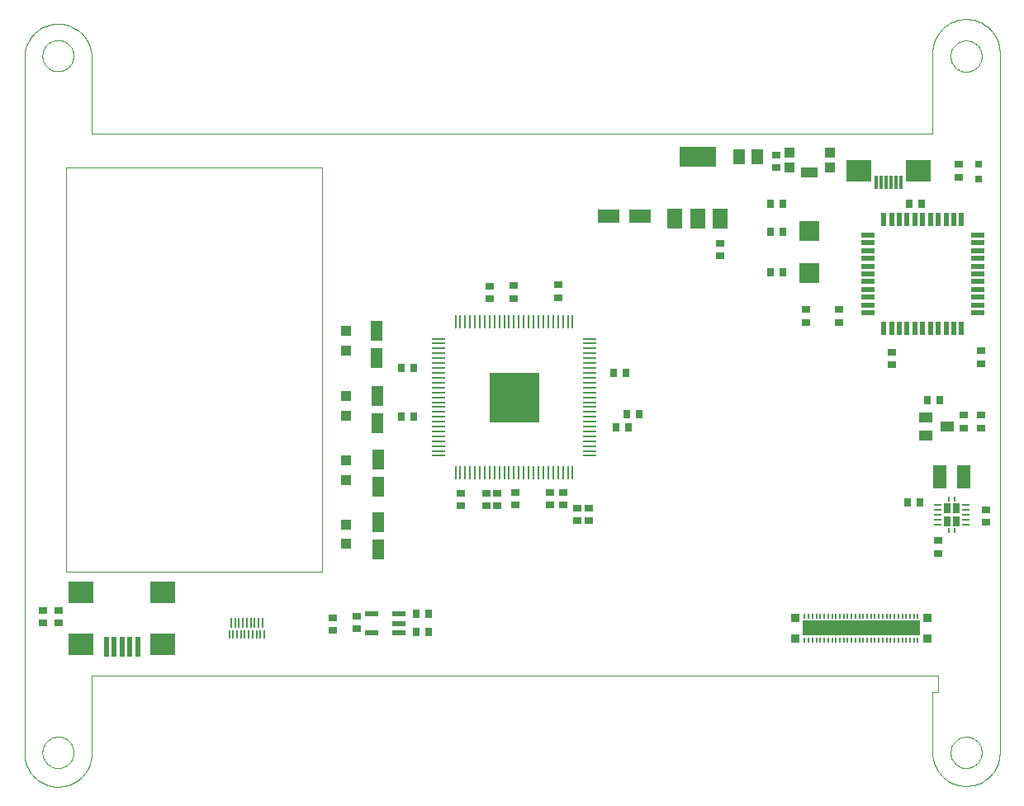
<source format=gtp>
G75*
%MOIN*%
%OFA0B0*%
%FSLAX24Y24*%
%IPPOS*%
%LPD*%
%AMOC8*
5,1,8,0,0,1.08239X$1,22.5*
%
%ADD10C,0.0000*%
%ADD11C,0.0091*%
%ADD12R,0.0098X0.0226*%
%ADD13R,0.0256X0.0404*%
%ADD14R,0.0270X0.0091*%
%ADD15R,0.0551X0.0945*%
%ADD16R,0.0276X0.0354*%
%ADD17R,0.0354X0.0276*%
%ADD18R,0.0551X0.0394*%
%ADD19R,0.0580X0.0110*%
%ADD20R,0.0110X0.0580*%
%ADD21R,0.2050X0.2050*%
%ADD22R,0.0394X0.0394*%
%ADD23R,0.0472X0.0787*%
%ADD24R,0.0091X0.0197*%
%ADD25R,0.0354X0.0362*%
%ADD26R,0.4724X0.0630*%
%ADD27R,0.0591X0.0787*%
%ADD28R,0.1496X0.0787*%
%ADD29R,0.0512X0.0591*%
%ADD30R,0.0200X0.0580*%
%ADD31R,0.0580X0.0200*%
%ADD32R,0.0800X0.0800*%
%ADD33R,0.0315X0.0315*%
%ADD34R,0.0984X0.0866*%
%ADD35R,0.0197X0.0787*%
%ADD36R,0.0669X0.0394*%
%ADD37R,0.0866X0.0551*%
%ADD38R,0.0520X0.0220*%
%ADD39R,0.0118X0.0551*%
%ADD40R,0.1043X0.0906*%
%ADD41R,0.0091X0.0394*%
%ADD42R,0.0091X0.0335*%
D10*
X000150Y004791D02*
X000150Y032921D01*
X000878Y032940D02*
X000880Y032990D01*
X000886Y033040D01*
X000896Y033089D01*
X000910Y033137D01*
X000927Y033184D01*
X000948Y033229D01*
X000973Y033273D01*
X001001Y033314D01*
X001033Y033353D01*
X001067Y033390D01*
X001104Y033424D01*
X001144Y033454D01*
X001186Y033481D01*
X001230Y033505D01*
X001276Y033526D01*
X001323Y033542D01*
X001371Y033555D01*
X001421Y033564D01*
X001470Y033569D01*
X001521Y033570D01*
X001571Y033567D01*
X001620Y033560D01*
X001669Y033549D01*
X001717Y033534D01*
X001763Y033516D01*
X001808Y033494D01*
X001851Y033468D01*
X001892Y033439D01*
X001931Y033407D01*
X001967Y033372D01*
X001999Y033334D01*
X002029Y033294D01*
X002056Y033251D01*
X002079Y033207D01*
X002098Y033161D01*
X002114Y033113D01*
X002126Y033064D01*
X002134Y033015D01*
X002138Y032965D01*
X002138Y032915D01*
X002134Y032865D01*
X002126Y032816D01*
X002114Y032767D01*
X002098Y032719D01*
X002079Y032673D01*
X002056Y032629D01*
X002029Y032586D01*
X001999Y032546D01*
X001967Y032508D01*
X001931Y032473D01*
X001892Y032441D01*
X001851Y032412D01*
X001808Y032386D01*
X001763Y032364D01*
X001717Y032346D01*
X001669Y032331D01*
X001620Y032320D01*
X001571Y032313D01*
X001521Y032310D01*
X001470Y032311D01*
X001421Y032316D01*
X001371Y032325D01*
X001323Y032338D01*
X001276Y032354D01*
X001230Y032375D01*
X001186Y032399D01*
X001144Y032426D01*
X001104Y032456D01*
X001067Y032490D01*
X001033Y032527D01*
X001001Y032566D01*
X000973Y032607D01*
X000948Y032651D01*
X000927Y032696D01*
X000910Y032743D01*
X000896Y032791D01*
X000886Y032840D01*
X000880Y032890D01*
X000878Y032940D01*
X000150Y032920D02*
X000154Y032992D01*
X000163Y033064D01*
X000175Y033136D01*
X000191Y033206D01*
X000211Y033276D01*
X000234Y033344D01*
X000261Y033411D01*
X000292Y033477D01*
X000326Y033541D01*
X000363Y033603D01*
X000403Y033663D01*
X000447Y033720D01*
X000494Y033776D01*
X000543Y033828D01*
X000596Y033878D01*
X000651Y033925D01*
X000708Y033970D01*
X000768Y034011D01*
X000829Y034048D01*
X000893Y034083D01*
X000958Y034114D01*
X001025Y034141D01*
X001094Y034165D01*
X001163Y034185D01*
X001233Y034202D01*
X001305Y034215D01*
X001377Y034224D01*
X001449Y034229D01*
X001521Y034230D01*
X001593Y034227D01*
X001665Y034221D01*
X001737Y034211D01*
X001808Y034196D01*
X001878Y034179D01*
X001947Y034157D01*
X002015Y034132D01*
X002081Y034103D01*
X002146Y034071D01*
X002209Y034035D01*
X002270Y033996D01*
X002329Y033954D01*
X002385Y033909D01*
X002439Y033861D01*
X002491Y033810D01*
X002539Y033756D01*
X002585Y033700D01*
X002628Y033641D01*
X002667Y033581D01*
X002703Y033518D01*
X002736Y033454D01*
X002765Y033387D01*
X002791Y033320D01*
X002813Y033251D01*
X002831Y033181D01*
X002846Y033110D01*
X002857Y033038D01*
X002864Y032966D01*
X002867Y032894D01*
X002866Y032822D01*
X002866Y029791D01*
X036803Y029791D01*
X036803Y033058D01*
X036805Y033130D01*
X036811Y033202D01*
X036820Y033274D01*
X036834Y033345D01*
X036851Y033415D01*
X036872Y033485D01*
X036896Y033553D01*
X036924Y033619D01*
X036956Y033684D01*
X036991Y033747D01*
X037029Y033809D01*
X037071Y033868D01*
X037116Y033925D01*
X037163Y033979D01*
X037214Y034031D01*
X037267Y034080D01*
X037322Y034126D01*
X037380Y034169D01*
X037441Y034209D01*
X037503Y034246D01*
X037567Y034279D01*
X037633Y034309D01*
X037700Y034335D01*
X037769Y034358D01*
X037839Y034377D01*
X037909Y034392D01*
X037981Y034404D01*
X038053Y034412D01*
X038125Y034416D01*
X038197Y034416D01*
X038269Y034412D01*
X038341Y034404D01*
X038413Y034392D01*
X038483Y034377D01*
X038553Y034358D01*
X038622Y034335D01*
X038689Y034309D01*
X038755Y034279D01*
X038819Y034246D01*
X038881Y034209D01*
X038942Y034169D01*
X039000Y034126D01*
X039055Y034080D01*
X039108Y034031D01*
X039159Y033979D01*
X039206Y033925D01*
X039251Y033868D01*
X039293Y033809D01*
X039331Y033747D01*
X039366Y033684D01*
X039398Y033619D01*
X039426Y033553D01*
X039450Y033485D01*
X039471Y033415D01*
X039488Y033345D01*
X039502Y033274D01*
X039511Y033202D01*
X039517Y033130D01*
X039519Y033058D01*
X039520Y033058D02*
X039520Y004791D01*
X037531Y004791D02*
X037533Y004841D01*
X037539Y004891D01*
X037549Y004940D01*
X037563Y004988D01*
X037580Y005035D01*
X037601Y005080D01*
X037626Y005124D01*
X037654Y005165D01*
X037686Y005204D01*
X037720Y005241D01*
X037757Y005275D01*
X037797Y005305D01*
X037839Y005332D01*
X037883Y005356D01*
X037929Y005377D01*
X037976Y005393D01*
X038024Y005406D01*
X038074Y005415D01*
X038123Y005420D01*
X038174Y005421D01*
X038224Y005418D01*
X038273Y005411D01*
X038322Y005400D01*
X038370Y005385D01*
X038416Y005367D01*
X038461Y005345D01*
X038504Y005319D01*
X038545Y005290D01*
X038584Y005258D01*
X038620Y005223D01*
X038652Y005185D01*
X038682Y005145D01*
X038709Y005102D01*
X038732Y005058D01*
X038751Y005012D01*
X038767Y004964D01*
X038779Y004915D01*
X038787Y004866D01*
X038791Y004816D01*
X038791Y004766D01*
X038787Y004716D01*
X038779Y004667D01*
X038767Y004618D01*
X038751Y004570D01*
X038732Y004524D01*
X038709Y004480D01*
X038682Y004437D01*
X038652Y004397D01*
X038620Y004359D01*
X038584Y004324D01*
X038545Y004292D01*
X038504Y004263D01*
X038461Y004237D01*
X038416Y004215D01*
X038370Y004197D01*
X038322Y004182D01*
X038273Y004171D01*
X038224Y004164D01*
X038174Y004161D01*
X038123Y004162D01*
X038074Y004167D01*
X038024Y004176D01*
X037976Y004189D01*
X037929Y004205D01*
X037883Y004226D01*
X037839Y004250D01*
X037797Y004277D01*
X037757Y004307D01*
X037720Y004341D01*
X037686Y004378D01*
X037654Y004417D01*
X037626Y004458D01*
X037601Y004502D01*
X037580Y004547D01*
X037563Y004594D01*
X037549Y004642D01*
X037539Y004691D01*
X037533Y004741D01*
X037531Y004791D01*
X036803Y004791D02*
X036805Y004719D01*
X036811Y004647D01*
X036820Y004575D01*
X036834Y004504D01*
X036851Y004434D01*
X036872Y004364D01*
X036896Y004296D01*
X036924Y004230D01*
X036956Y004165D01*
X036991Y004102D01*
X037029Y004040D01*
X037071Y003981D01*
X037116Y003924D01*
X037163Y003870D01*
X037214Y003818D01*
X037267Y003769D01*
X037322Y003723D01*
X037380Y003680D01*
X037441Y003640D01*
X037503Y003603D01*
X037567Y003570D01*
X037633Y003540D01*
X037700Y003514D01*
X037769Y003491D01*
X037839Y003472D01*
X037909Y003457D01*
X037981Y003445D01*
X038053Y003437D01*
X038125Y003433D01*
X038197Y003433D01*
X038269Y003437D01*
X038341Y003445D01*
X038413Y003457D01*
X038483Y003472D01*
X038553Y003491D01*
X038622Y003514D01*
X038689Y003540D01*
X038755Y003570D01*
X038819Y003603D01*
X038881Y003640D01*
X038942Y003680D01*
X039000Y003723D01*
X039055Y003769D01*
X039108Y003818D01*
X039159Y003870D01*
X039206Y003924D01*
X039251Y003981D01*
X039293Y004040D01*
X039331Y004102D01*
X039366Y004165D01*
X039398Y004230D01*
X039426Y004296D01*
X039450Y004364D01*
X039471Y004434D01*
X039488Y004504D01*
X039502Y004575D01*
X039511Y004647D01*
X039517Y004719D01*
X039519Y004791D01*
X036803Y004791D02*
X036803Y007212D01*
X037039Y007212D01*
X037039Y007901D01*
X002866Y007901D01*
X002866Y004732D01*
X002867Y004731D02*
X002863Y004659D01*
X002856Y004587D01*
X002845Y004516D01*
X002830Y004445D01*
X002811Y004375D01*
X002789Y004306D01*
X002763Y004239D01*
X002733Y004173D01*
X002700Y004108D01*
X002664Y004046D01*
X002624Y003985D01*
X002581Y003927D01*
X002535Y003871D01*
X002486Y003818D01*
X002435Y003767D01*
X002380Y003719D01*
X002324Y003674D01*
X002265Y003632D01*
X002204Y003594D01*
X002141Y003558D01*
X002076Y003526D01*
X002009Y003498D01*
X001941Y003473D01*
X001872Y003452D01*
X001802Y003434D01*
X001731Y003420D01*
X001659Y003410D01*
X001587Y003404D01*
X001515Y003402D01*
X001442Y003404D01*
X001370Y003409D01*
X001298Y003418D01*
X001227Y003431D01*
X001157Y003448D01*
X001087Y003469D01*
X001019Y003493D01*
X000953Y003521D01*
X000887Y003552D01*
X000824Y003587D01*
X000762Y003625D01*
X000703Y003666D01*
X000646Y003711D01*
X000591Y003758D01*
X000539Y003808D01*
X000490Y003861D01*
X000443Y003917D01*
X000400Y003974D01*
X000359Y004035D01*
X000322Y004097D01*
X000289Y004161D01*
X000259Y004226D01*
X000232Y004294D01*
X000209Y004362D01*
X000189Y004432D01*
X000174Y004503D01*
X000162Y004574D01*
X000154Y004646D01*
X000150Y004718D01*
X000149Y004791D01*
X000878Y004791D02*
X000880Y004841D01*
X000886Y004891D01*
X000896Y004940D01*
X000910Y004988D01*
X000927Y005035D01*
X000948Y005080D01*
X000973Y005124D01*
X001001Y005165D01*
X001033Y005204D01*
X001067Y005241D01*
X001104Y005275D01*
X001144Y005305D01*
X001186Y005332D01*
X001230Y005356D01*
X001276Y005377D01*
X001323Y005393D01*
X001371Y005406D01*
X001421Y005415D01*
X001470Y005420D01*
X001521Y005421D01*
X001571Y005418D01*
X001620Y005411D01*
X001669Y005400D01*
X001717Y005385D01*
X001763Y005367D01*
X001808Y005345D01*
X001851Y005319D01*
X001892Y005290D01*
X001931Y005258D01*
X001967Y005223D01*
X001999Y005185D01*
X002029Y005145D01*
X002056Y005102D01*
X002079Y005058D01*
X002098Y005012D01*
X002114Y004964D01*
X002126Y004915D01*
X002134Y004866D01*
X002138Y004816D01*
X002138Y004766D01*
X002134Y004716D01*
X002126Y004667D01*
X002114Y004618D01*
X002098Y004570D01*
X002079Y004524D01*
X002056Y004480D01*
X002029Y004437D01*
X001999Y004397D01*
X001967Y004359D01*
X001931Y004324D01*
X001892Y004292D01*
X001851Y004263D01*
X001808Y004237D01*
X001763Y004215D01*
X001717Y004197D01*
X001669Y004182D01*
X001620Y004171D01*
X001571Y004164D01*
X001521Y004161D01*
X001470Y004162D01*
X001421Y004167D01*
X001371Y004176D01*
X001323Y004189D01*
X001276Y004205D01*
X001230Y004226D01*
X001186Y004250D01*
X001144Y004277D01*
X001104Y004307D01*
X001067Y004341D01*
X001033Y004378D01*
X001001Y004417D01*
X000973Y004458D01*
X000948Y004502D01*
X000927Y004547D01*
X000910Y004594D01*
X000896Y004642D01*
X000886Y004691D01*
X000880Y004741D01*
X000878Y004791D01*
X001823Y012094D02*
X001823Y028432D01*
X012158Y028432D01*
X012158Y012094D01*
X001823Y012094D01*
X037531Y032921D02*
X037533Y032971D01*
X037539Y033021D01*
X037549Y033070D01*
X037563Y033118D01*
X037580Y033165D01*
X037601Y033210D01*
X037626Y033254D01*
X037654Y033295D01*
X037686Y033334D01*
X037720Y033371D01*
X037757Y033405D01*
X037797Y033435D01*
X037839Y033462D01*
X037883Y033486D01*
X037929Y033507D01*
X037976Y033523D01*
X038024Y033536D01*
X038074Y033545D01*
X038123Y033550D01*
X038174Y033551D01*
X038224Y033548D01*
X038273Y033541D01*
X038322Y033530D01*
X038370Y033515D01*
X038416Y033497D01*
X038461Y033475D01*
X038504Y033449D01*
X038545Y033420D01*
X038584Y033388D01*
X038620Y033353D01*
X038652Y033315D01*
X038682Y033275D01*
X038709Y033232D01*
X038732Y033188D01*
X038751Y033142D01*
X038767Y033094D01*
X038779Y033045D01*
X038787Y032996D01*
X038791Y032946D01*
X038791Y032896D01*
X038787Y032846D01*
X038779Y032797D01*
X038767Y032748D01*
X038751Y032700D01*
X038732Y032654D01*
X038709Y032610D01*
X038682Y032567D01*
X038652Y032527D01*
X038620Y032489D01*
X038584Y032454D01*
X038545Y032422D01*
X038504Y032393D01*
X038461Y032367D01*
X038416Y032345D01*
X038370Y032327D01*
X038322Y032312D01*
X038273Y032301D01*
X038224Y032294D01*
X038174Y032291D01*
X038123Y032292D01*
X038074Y032297D01*
X038024Y032306D01*
X037976Y032319D01*
X037929Y032335D01*
X037883Y032356D01*
X037839Y032380D01*
X037797Y032407D01*
X037757Y032437D01*
X037720Y032471D01*
X037686Y032508D01*
X037654Y032547D01*
X037626Y032588D01*
X037601Y032632D01*
X037580Y032677D01*
X037563Y032724D01*
X037549Y032772D01*
X037539Y032821D01*
X037533Y032871D01*
X037531Y032921D01*
D11*
X037123Y014793D03*
X037123Y014597D03*
X037123Y014400D03*
X037123Y014203D03*
X037123Y014006D03*
X038040Y014006D03*
X038040Y014203D03*
X038040Y014400D03*
X038040Y014597D03*
X038040Y014793D03*
D12*
X037690Y015035D03*
X037473Y015035D03*
X037473Y013765D03*
X037690Y013765D03*
D13*
X037768Y014139D03*
X037394Y014139D03*
X037394Y014661D03*
X037768Y014661D03*
D14*
X038175Y014597D03*
X038175Y014793D03*
X038175Y014400D03*
X038175Y014203D03*
X038175Y014006D03*
X036988Y014006D03*
X036988Y014203D03*
X036988Y014400D03*
X036988Y014597D03*
X036988Y014793D03*
D15*
X037109Y015916D03*
X038054Y015916D03*
D16*
X036314Y014898D03*
X035802Y014898D03*
X036587Y019023D03*
X037099Y019023D03*
X030760Y024180D03*
X030248Y024180D03*
X030248Y025834D03*
X030760Y025834D03*
X030760Y026976D03*
X030248Y026976D03*
X035858Y026976D03*
X036370Y026976D03*
X024973Y018472D03*
X024461Y018472D03*
X024539Y017921D03*
X024028Y017921D03*
X023929Y020125D03*
X024441Y020125D03*
X015878Y020322D03*
X015366Y020322D03*
X015366Y018354D03*
X015878Y018354D03*
X015957Y010381D03*
X016469Y010381D03*
X016469Y009653D03*
X015957Y009653D03*
D17*
X013575Y009791D03*
X013575Y010302D03*
X012591Y010224D03*
X012591Y009712D03*
X017768Y014751D03*
X017768Y015263D03*
X018791Y015263D03*
X019244Y015263D03*
X019244Y014751D03*
X018791Y014751D03*
X019973Y014791D03*
X019973Y015302D03*
X021370Y015302D03*
X021882Y015302D03*
X021882Y014791D03*
X021370Y014791D03*
X022453Y014673D03*
X022945Y014673D03*
X022945Y014161D03*
X022453Y014161D03*
X031685Y022173D03*
X031685Y022684D03*
X033024Y022684D03*
X033024Y022173D03*
X035150Y020972D03*
X035150Y020460D03*
X038063Y018413D03*
X038063Y017901D03*
X038772Y017901D03*
X038772Y018413D03*
X038772Y020499D03*
X038772Y021011D03*
X038979Y014597D03*
X038979Y014085D03*
X037017Y013344D03*
X037017Y012833D03*
X028221Y024850D03*
X028221Y025361D03*
X030504Y028413D03*
X030504Y028924D03*
X037866Y028550D03*
X037866Y028039D03*
X021685Y023688D03*
X021685Y023176D03*
X019913Y023137D03*
X019913Y023649D03*
X018929Y023629D03*
X018929Y023117D03*
X001528Y010539D03*
X001528Y010027D03*
X000898Y010027D03*
X000898Y010539D03*
D18*
X036547Y017586D03*
X037413Y017960D03*
X036547Y018334D03*
D19*
X022953Y018351D03*
X022953Y018161D03*
X022953Y017961D03*
X022953Y017761D03*
X022953Y017571D03*
X022953Y017371D03*
X022953Y017171D03*
X022953Y016971D03*
X022953Y016781D03*
X022953Y018551D03*
X022953Y018751D03*
X022953Y018941D03*
X022953Y019141D03*
X022953Y019341D03*
X022953Y019531D03*
X022953Y019731D03*
X022953Y019931D03*
X022953Y020121D03*
X022953Y020321D03*
X022953Y020521D03*
X022953Y020711D03*
X022953Y020911D03*
X022953Y021111D03*
X022953Y021311D03*
X022953Y021501D03*
X016873Y021501D03*
X016873Y021311D03*
X016873Y021111D03*
X016873Y020911D03*
X016873Y020711D03*
X016873Y020521D03*
X016873Y020321D03*
X016873Y020121D03*
X016873Y019931D03*
X016873Y019731D03*
X016873Y019531D03*
X016873Y019341D03*
X016873Y019141D03*
X016873Y018941D03*
X016873Y018751D03*
X016873Y018551D03*
X016873Y018351D03*
X016873Y018161D03*
X016873Y017961D03*
X016873Y017761D03*
X016873Y017571D03*
X016873Y017371D03*
X016873Y017171D03*
X016873Y016971D03*
X016873Y016781D03*
D20*
X017553Y016101D03*
X017743Y016101D03*
X017943Y016101D03*
X018143Y016101D03*
X018343Y016101D03*
X018533Y016101D03*
X018733Y016101D03*
X018933Y016101D03*
X019123Y016101D03*
X019323Y016101D03*
X019523Y016101D03*
X019713Y016101D03*
X019913Y016101D03*
X020113Y016101D03*
X020303Y016101D03*
X020503Y016101D03*
X020703Y016101D03*
X020893Y016101D03*
X021093Y016101D03*
X021293Y016101D03*
X021483Y016101D03*
X021683Y016101D03*
X021883Y016101D03*
X022083Y016101D03*
X022273Y016101D03*
X022273Y022181D03*
X022083Y022181D03*
X021883Y022181D03*
X021683Y022181D03*
X021483Y022181D03*
X021293Y022181D03*
X021093Y022181D03*
X020893Y022181D03*
X020703Y022181D03*
X020503Y022181D03*
X020303Y022181D03*
X020113Y022181D03*
X019913Y022181D03*
X019713Y022181D03*
X019523Y022181D03*
X019323Y022181D03*
X019123Y022181D03*
X018933Y022181D03*
X018733Y022181D03*
X018533Y022181D03*
X018343Y022181D03*
X018143Y022181D03*
X017943Y022181D03*
X017743Y022181D03*
X017553Y022181D03*
D21*
X019923Y019121D03*
D22*
X013142Y019180D03*
X013142Y018393D03*
X013142Y016582D03*
X013142Y015795D03*
X013142Y014003D03*
X013142Y013216D03*
X013142Y021031D03*
X013142Y021818D03*
X031016Y028413D03*
X031016Y029043D03*
X032669Y029043D03*
X032669Y028413D03*
D23*
X014362Y021838D03*
X014362Y020736D03*
X014402Y019180D03*
X014402Y018078D03*
X014421Y016641D03*
X014421Y015539D03*
X014421Y014082D03*
X014421Y012980D03*
D24*
X031646Y010283D03*
X031803Y010283D03*
X031961Y010283D03*
X032118Y010283D03*
X032276Y010283D03*
X032433Y010283D03*
X032591Y010283D03*
X032748Y010283D03*
X032906Y010283D03*
X033063Y010283D03*
X033221Y010283D03*
X033378Y010283D03*
X033536Y010283D03*
X033693Y010283D03*
X033850Y010283D03*
X034008Y010283D03*
X034165Y010283D03*
X034323Y010283D03*
X034480Y010283D03*
X034638Y010283D03*
X034795Y010283D03*
X034953Y010283D03*
X035110Y010283D03*
X035268Y010283D03*
X035425Y010283D03*
X035583Y010283D03*
X035740Y010283D03*
X035898Y010283D03*
X036055Y010283D03*
X036213Y010283D03*
X036213Y009338D03*
X036055Y009338D03*
X035898Y009338D03*
X035740Y009338D03*
X035583Y009338D03*
X035425Y009338D03*
X035268Y009338D03*
X035110Y009338D03*
X034953Y009338D03*
X034795Y009338D03*
X034638Y009338D03*
X034480Y009338D03*
X034323Y009338D03*
X034165Y009338D03*
X034008Y009338D03*
X033850Y009338D03*
X033693Y009338D03*
X033536Y009338D03*
X033378Y009338D03*
X033221Y009338D03*
X033063Y009338D03*
X032906Y009338D03*
X032748Y009338D03*
X032591Y009338D03*
X032433Y009338D03*
X032276Y009338D03*
X032118Y009338D03*
X031961Y009338D03*
X031803Y009338D03*
X031646Y009338D03*
D25*
X031252Y009377D03*
X031252Y010243D03*
X036606Y010243D03*
X036606Y009377D03*
D26*
X033929Y009810D03*
D27*
X028221Y026365D03*
X027315Y026365D03*
X026410Y026365D03*
D28*
X027315Y028846D03*
D29*
X028988Y028846D03*
X029736Y028846D03*
D30*
X034840Y026331D03*
X035150Y026331D03*
X035470Y026331D03*
X035780Y026331D03*
X036100Y026331D03*
X036410Y026331D03*
X036720Y026331D03*
X037040Y026331D03*
X037350Y026331D03*
X037670Y026331D03*
X037980Y026331D03*
X037980Y021911D03*
X037670Y021911D03*
X037350Y021911D03*
X037040Y021911D03*
X036720Y021911D03*
X036410Y021911D03*
X036100Y021911D03*
X035780Y021911D03*
X035470Y021911D03*
X035150Y021911D03*
X034840Y021911D03*
D31*
X034200Y022551D03*
X034200Y022861D03*
X034200Y023181D03*
X034200Y023491D03*
X034200Y023811D03*
X034200Y024121D03*
X034200Y024431D03*
X034200Y024751D03*
X034200Y025061D03*
X034200Y025381D03*
X034200Y025691D03*
X038620Y025691D03*
X038620Y025381D03*
X038620Y025061D03*
X038620Y024751D03*
X038620Y024431D03*
X038620Y024121D03*
X038620Y023811D03*
X038620Y023491D03*
X038620Y023181D03*
X038620Y022861D03*
X038620Y022551D03*
D32*
X031832Y024173D03*
X031832Y025873D03*
D33*
X038654Y027960D03*
X038654Y028550D03*
D34*
X005740Y011247D03*
X005740Y009161D03*
X002433Y009161D03*
X002433Y011247D03*
D35*
X003457Y009062D03*
X003772Y009062D03*
X004087Y009062D03*
X004402Y009062D03*
X004717Y009062D03*
D36*
X031843Y028216D03*
D37*
X024992Y026444D03*
X023732Y026444D03*
D38*
X015257Y010377D03*
X015257Y010007D03*
X015257Y009637D03*
X014177Y009637D03*
X014177Y010377D03*
D39*
X034539Y027842D03*
X034736Y027842D03*
X034933Y027842D03*
X035130Y027842D03*
X035327Y027842D03*
X035524Y027842D03*
D40*
X036223Y028295D03*
X033841Y028295D03*
D41*
X009756Y010027D03*
X009599Y010027D03*
X009441Y010027D03*
X009284Y010027D03*
X009126Y010027D03*
X008969Y010027D03*
X008811Y010027D03*
X008654Y010027D03*
X008496Y010027D03*
D42*
X008417Y009545D03*
X008575Y009545D03*
X008732Y009545D03*
X008890Y009545D03*
X009047Y009545D03*
X009205Y009545D03*
X009362Y009545D03*
X009520Y009545D03*
X009677Y009545D03*
X009835Y009545D03*
M02*

</source>
